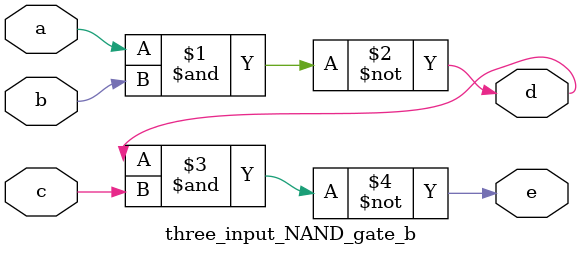
<source format=v>
`timescale 1ns / 1ps

module three_input_NAND_gate_b(
    input a, b, c,
    output d, e
    );
    
    assign d = ~(a & b);
    assign e = ~(d & c);
    
endmodule
</source>
